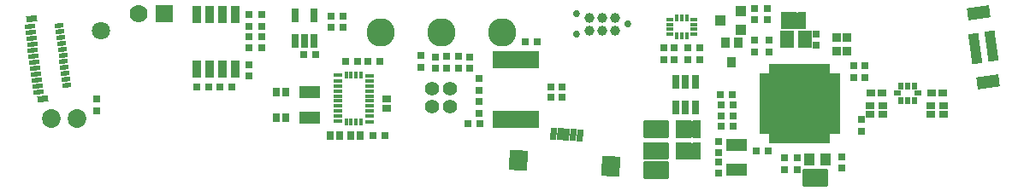
<source format=gts>
G04*
G04 #@! TF.GenerationSoftware,Altium Limited,Altium Designer,19.1.5 (86)*
G04*
G04 Layer_Color=8388736*
%FSAX24Y24*%
%MOIN*%
G70*
G01*
G75*
%ADD16O,0.0200X0.0400*%
%ADD50R,0.0324X0.0316*%
%ADD51R,0.0297X0.0297*%
%ADD52R,0.0316X0.0324*%
%ADD53R,0.0346X0.0178*%
%ADD54R,0.0178X0.0306*%
%ADD55R,0.0789X0.0474*%
%ADD56R,0.2324X0.2324*%
%ADD57R,0.0415X0.0198*%
%ADD58R,0.0198X0.0415*%
%ADD59R,0.0356X0.0375*%
%ADD60R,0.0336X0.0680*%
%ADD61R,0.0267X0.0178*%
%ADD62R,0.0178X0.0267*%
%ADD63R,0.0257X0.0661*%
%ADD64R,0.0316X0.0552*%
%ADD65R,0.0316X0.0533*%
%ADD66C,0.0390*%
%ADD67R,0.0533X0.0651*%
%ADD68R,0.0434X0.0474*%
%ADD69R,0.0375X0.0316*%
G04:AMPARAMS|DCode=70|XSize=78.9mil|YSize=71mil|CornerRadius=0mil|HoleSize=0mil|Usage=FLASHONLY|Rotation=86.250|XOffset=0mil|YOffset=0mil|HoleType=Round|Shape=Rectangle|*
%AMROTATEDRECTD70*
4,1,4,0.0328,-0.0417,-0.0380,-0.0370,-0.0328,0.0417,0.0380,0.0370,0.0328,-0.0417,0.0*
%
%ADD70ROTATEDRECTD70*%

G04:AMPARAMS|DCode=71|XSize=47.4mil|YSize=23.7mil|CornerRadius=0mil|HoleSize=0mil|Usage=FLASHONLY|Rotation=86.250|XOffset=0mil|YOffset=0mil|HoleType=Round|Shape=Rectangle|*
%AMROTATEDRECTD71*
4,1,4,0.0103,-0.0244,-0.0134,-0.0229,-0.0103,0.0244,0.0134,0.0229,0.0103,-0.0244,0.0*
%
%ADD71ROTATEDRECTD71*%

G04:AMPARAMS|DCode=72|XSize=39.5mil|YSize=18.2mil|CornerRadius=0mil|HoleSize=0mil|Usage=FLASHONLY|Rotation=7.550|XOffset=0mil|YOffset=0mil|HoleType=Round|Shape=Rectangle|*
%AMROTATEDRECTD72*
4,1,4,-0.0184,-0.0116,-0.0208,0.0064,0.0184,0.0116,0.0208,-0.0064,-0.0184,-0.0116,0.0*
%
%ADD72ROTATEDRECTD72*%

G04:AMPARAMS|DCode=73|XSize=33.6mil|YSize=18.2mil|CornerRadius=0mil|HoleSize=0mil|Usage=FLASHONLY|Rotation=7.550|XOffset=0mil|YOffset=0mil|HoleType=Round|Shape=Rectangle|*
%AMROTATEDRECTD73*
4,1,4,-0.0155,-0.0112,-0.0178,0.0068,0.0155,0.0112,0.0178,-0.0068,-0.0155,-0.0112,0.0*
%
%ADD73ROTATEDRECTD73*%

G04:AMPARAMS|DCode=74|XSize=41.5mil|YSize=23.7mil|CornerRadius=0mil|HoleSize=0mil|Usage=FLASHONLY|Rotation=7.550|XOffset=0mil|YOffset=0mil|HoleType=Round|Shape=Rectangle|*
%AMROTATEDRECTD74*
4,1,4,-0.0190,-0.0145,-0.0221,0.0090,0.0190,0.0145,0.0221,-0.0090,-0.0190,-0.0145,0.0*
%
%ADD74ROTATEDRECTD74*%

%ADD75C,0.1104*%
%ADD76R,0.0316X0.0237*%
%ADD77R,0.0237X0.0316*%
G04:AMPARAMS|DCode=78|XSize=118.2mil|YSize=39.5mil|CornerRadius=0mil|HoleSize=0mil|Usage=FLASHONLY|Rotation=278.000|XOffset=0mil|YOffset=0mil|HoleType=Round|Shape=Rectangle|*
%AMROTATEDRECTD78*
4,1,4,-0.0278,0.0558,0.0113,0.0613,0.0278,-0.0558,-0.0113,-0.0613,-0.0278,0.0558,0.0*
%
%ADD78ROTATEDRECTD78*%

G04:AMPARAMS|DCode=79|XSize=47.4mil|YSize=86.7mil|CornerRadius=0mil|HoleSize=0mil|Usage=FLASHONLY|Rotation=278.000|XOffset=0mil|YOffset=0mil|HoleType=Round|Shape=Rectangle|*
%AMROTATEDRECTD79*
4,1,4,-0.0462,0.0174,0.0397,0.0295,0.0462,-0.0174,-0.0397,-0.0295,-0.0462,0.0174,0.0*
%
%ADD79ROTATEDRECTD79*%

%ADD80R,0.0297X0.0297*%
%ADD81R,0.0356X0.0434*%
%ADD82R,0.0434X0.0395*%
%ADD83C,0.0700*%
%ADD84R,0.0700X0.0700*%
%ADD85C,0.0275*%
%ADD86C,0.0552*%
%ADD87C,0.0730*%
%ADD88C,0.0709*%
G36*
X048255Y012890D02*
X048260Y012889D01*
X048265Y012887D01*
X048270Y012885D01*
X048274Y012882D01*
X048278Y012878D01*
X048282Y012874D01*
X048285Y012870D01*
X048287Y012865D01*
X048289Y012860D01*
X048290Y012855D01*
X048290Y012850D01*
Y012250D01*
X048290Y012245D01*
X048289Y012240D01*
X048287Y012235D01*
X048285Y012230D01*
X048282Y012226D01*
X048278Y012222D01*
X048274Y012218D01*
X048270Y012215D01*
X048265Y012213D01*
X048260Y012211D01*
X048255Y012210D01*
X048250Y012210D01*
X048000D01*
X047995Y012210D01*
X047990Y012211D01*
X047985Y012213D01*
X047980Y012215D01*
X047976Y012218D01*
X047972Y012222D01*
X047940Y012253D01*
X047940Y012250D01*
X047940Y012245D01*
X047939Y012240D01*
X047937Y012235D01*
X047935Y012230D01*
X047932Y012226D01*
X047928Y012222D01*
X047924Y012218D01*
X047920Y012215D01*
X047915Y012213D01*
X047910Y012211D01*
X047905Y012210D01*
X047900Y012210D01*
X047350D01*
X047345Y012210D01*
X047340Y012211D01*
X047335Y012213D01*
X047330Y012215D01*
X047326Y012218D01*
X047322Y012222D01*
X047318Y012226D01*
X047315Y012230D01*
X047313Y012235D01*
X047311Y012240D01*
X047310Y012245D01*
X047310Y012250D01*
Y012850D01*
X047310Y012855D01*
X047311Y012860D01*
X047313Y012865D01*
X047315Y012870D01*
X047318Y012874D01*
X047322Y012878D01*
X047326Y012882D01*
X047330Y012885D01*
X047335Y012887D01*
X047340Y012889D01*
X047345Y012890D01*
X047350Y012890D01*
X047900D01*
X047905Y012890D01*
X047910Y012889D01*
X047915Y012887D01*
X047920Y012885D01*
X047924Y012882D01*
X047928Y012878D01*
X047932Y012874D01*
X047935Y012870D01*
X047937Y012865D01*
X047939Y012860D01*
X047940Y012855D01*
X047940Y012850D01*
X047940Y012847D01*
X047972Y012878D01*
X047976Y012882D01*
X047980Y012885D01*
X047985Y012887D01*
X047990Y012889D01*
X047995Y012890D01*
X048000Y012890D01*
X048250D01*
X048255Y012890D01*
D02*
G37*
G36*
X044155Y008640D02*
X044160Y008639D01*
X044165Y008637D01*
X044170Y008635D01*
X044174Y008632D01*
X044178Y008628D01*
X044182Y008624D01*
X044185Y008620D01*
X044187Y008615D01*
X044189Y008610D01*
X044190Y008605D01*
X044190Y008600D01*
Y008000D01*
X044190Y007995D01*
X044189Y007990D01*
X044187Y007985D01*
X044185Y007980D01*
X044182Y007976D01*
X044178Y007972D01*
X044174Y007968D01*
X044170Y007965D01*
X044165Y007963D01*
X044160Y007961D01*
X044155Y007960D01*
X044150Y007960D01*
X043900D01*
X043895Y007960D01*
X043890Y007961D01*
X043885Y007963D01*
X043880Y007965D01*
X043876Y007968D01*
X043872Y007972D01*
X043840Y008003D01*
X043840Y008000D01*
X043840Y007995D01*
X043839Y007990D01*
X043837Y007985D01*
X043835Y007980D01*
X043832Y007976D01*
X043828Y007972D01*
X043824Y007968D01*
X043820Y007965D01*
X043815Y007963D01*
X043810Y007961D01*
X043805Y007960D01*
X043800Y007960D01*
X043250D01*
X043245Y007960D01*
X043240Y007961D01*
X043235Y007963D01*
X043230Y007965D01*
X043226Y007968D01*
X043222Y007972D01*
X043218Y007976D01*
X043215Y007980D01*
X043213Y007985D01*
X043211Y007990D01*
X043210Y007995D01*
X043210Y008000D01*
Y008600D01*
X043210Y008605D01*
X043211Y008610D01*
X043213Y008615D01*
X043215Y008620D01*
X043218Y008624D01*
X043222Y008628D01*
X043226Y008632D01*
X043230Y008635D01*
X043235Y008637D01*
X043240Y008639D01*
X043245Y008640D01*
X043250Y008640D01*
X043800D01*
X043805Y008640D01*
X043810Y008639D01*
X043815Y008637D01*
X043820Y008635D01*
X043824Y008632D01*
X043828Y008628D01*
X043832Y008624D01*
X043835Y008620D01*
X043837Y008615D01*
X043839Y008610D01*
X043840Y008605D01*
X043840Y008600D01*
X043840Y008597D01*
X043872Y008628D01*
X043876Y008632D01*
X043880Y008635D01*
X043885Y008637D01*
X043890Y008639D01*
X043895Y008640D01*
X043900Y008640D01*
X044150D01*
X044155Y008640D01*
D02*
G37*
G36*
X042905D02*
X042910Y008639D01*
X042915Y008637D01*
X042920Y008635D01*
X042924Y008632D01*
X042928Y008628D01*
X042932Y008624D01*
X042935Y008620D01*
X042937Y008615D01*
X042939Y008610D01*
X042940Y008605D01*
X042940Y008600D01*
Y008000D01*
X042940Y007995D01*
X042939Y007990D01*
X042937Y007985D01*
X042935Y007980D01*
X042932Y007976D01*
X042928Y007972D01*
X042924Y007968D01*
X042920Y007965D01*
X042915Y007963D01*
X042910Y007961D01*
X042905Y007960D01*
X042900Y007960D01*
X042650D01*
X042645Y007960D01*
X042640Y007961D01*
X042635Y007963D01*
X042630Y007965D01*
X042626Y007968D01*
X042622Y007972D01*
X042590Y008003D01*
X042590Y008000D01*
X042590Y007995D01*
X042589Y007990D01*
X042587Y007985D01*
X042585Y007980D01*
X042582Y007976D01*
X042578Y007972D01*
X042574Y007968D01*
X042570Y007965D01*
X042565Y007963D01*
X042560Y007961D01*
X042555Y007960D01*
X042550Y007960D01*
X042000D01*
X041995Y007960D01*
X041990Y007961D01*
X041985Y007963D01*
X041980Y007965D01*
X041976Y007968D01*
X041972Y007972D01*
X041968Y007976D01*
X041965Y007980D01*
X041963Y007985D01*
X041961Y007990D01*
X041960Y007995D01*
X041960Y008000D01*
Y008600D01*
X041960Y008605D01*
X041961Y008610D01*
X041963Y008615D01*
X041965Y008620D01*
X041968Y008624D01*
X041972Y008628D01*
X041976Y008632D01*
X041980Y008635D01*
X041985Y008637D01*
X041990Y008639D01*
X041995Y008640D01*
X042000Y008640D01*
X042550D01*
X042555Y008640D01*
X042560Y008639D01*
X042565Y008637D01*
X042570Y008635D01*
X042574Y008632D01*
X042578Y008628D01*
X042582Y008624D01*
X042585Y008620D01*
X042587Y008615D01*
X042589Y008610D01*
X042590Y008605D01*
X042590Y008600D01*
X042590Y008597D01*
X042622Y008628D01*
X042626Y008632D01*
X042630Y008635D01*
X042635Y008637D01*
X042640Y008639D01*
X042645Y008640D01*
X042650Y008640D01*
X042900D01*
X042905Y008640D01*
D02*
G37*
G36*
X044155Y007790D02*
X044160Y007789D01*
X044165Y007787D01*
X044170Y007785D01*
X044174Y007782D01*
X044178Y007778D01*
X044182Y007774D01*
X044185Y007770D01*
X044187Y007765D01*
X044189Y007760D01*
X044190Y007755D01*
X044190Y007750D01*
Y007150D01*
X044190Y007145D01*
X044189Y007140D01*
X044187Y007135D01*
X044185Y007130D01*
X044182Y007126D01*
X044178Y007122D01*
X044174Y007118D01*
X044170Y007115D01*
X044165Y007113D01*
X044160Y007111D01*
X044155Y007110D01*
X044150Y007110D01*
X043900D01*
X043895Y007110D01*
X043890Y007111D01*
X043885Y007113D01*
X043880Y007115D01*
X043876Y007118D01*
X043872Y007122D01*
X043840Y007153D01*
X043840Y007150D01*
X043840Y007145D01*
X043839Y007140D01*
X043837Y007135D01*
X043835Y007130D01*
X043832Y007126D01*
X043828Y007122D01*
X043824Y007118D01*
X043820Y007115D01*
X043815Y007113D01*
X043810Y007111D01*
X043805Y007110D01*
X043800Y007110D01*
X043250D01*
X043245Y007110D01*
X043240Y007111D01*
X043235Y007113D01*
X043230Y007115D01*
X043226Y007118D01*
X043222Y007122D01*
X043218Y007126D01*
X043215Y007130D01*
X043213Y007135D01*
X043211Y007140D01*
X043210Y007145D01*
X043210Y007150D01*
Y007750D01*
X043210Y007755D01*
X043211Y007760D01*
X043213Y007765D01*
X043215Y007770D01*
X043218Y007774D01*
X043222Y007778D01*
X043226Y007782D01*
X043230Y007785D01*
X043235Y007787D01*
X043240Y007789D01*
X043245Y007790D01*
X043250Y007790D01*
X043800D01*
X043805Y007790D01*
X043810Y007789D01*
X043815Y007787D01*
X043820Y007785D01*
X043824Y007782D01*
X043828Y007778D01*
X043832Y007774D01*
X043835Y007770D01*
X043837Y007765D01*
X043839Y007760D01*
X043840Y007755D01*
X043840Y007750D01*
X043840Y007747D01*
X043872Y007778D01*
X043876Y007782D01*
X043880Y007785D01*
X043885Y007787D01*
X043890Y007789D01*
X043895Y007790D01*
X043900Y007790D01*
X044150D01*
X044155Y007790D01*
D02*
G37*
G36*
X042905D02*
X042910Y007789D01*
X042915Y007787D01*
X042920Y007785D01*
X042924Y007782D01*
X042928Y007778D01*
X042932Y007774D01*
X042935Y007770D01*
X042937Y007765D01*
X042939Y007760D01*
X042940Y007755D01*
X042940Y007750D01*
Y007150D01*
X042940Y007145D01*
X042939Y007140D01*
X042937Y007135D01*
X042935Y007130D01*
X042932Y007126D01*
X042928Y007122D01*
X042924Y007118D01*
X042920Y007115D01*
X042915Y007113D01*
X042910Y007111D01*
X042905Y007110D01*
X042900Y007110D01*
X042650D01*
X042645Y007110D01*
X042640Y007111D01*
X042635Y007113D01*
X042630Y007115D01*
X042626Y007118D01*
X042622Y007122D01*
X042590Y007153D01*
X042590Y007150D01*
X042590Y007145D01*
X042589Y007140D01*
X042587Y007135D01*
X042585Y007130D01*
X042582Y007126D01*
X042578Y007122D01*
X042574Y007118D01*
X042570Y007115D01*
X042565Y007113D01*
X042560Y007111D01*
X042555Y007110D01*
X042550Y007110D01*
X042000D01*
X041995Y007110D01*
X041990Y007111D01*
X041985Y007113D01*
X041980Y007115D01*
X041976Y007118D01*
X041972Y007122D01*
X041968Y007126D01*
X041965Y007130D01*
X041963Y007135D01*
X041961Y007140D01*
X041960Y007145D01*
X041960Y007150D01*
Y007750D01*
X041960Y007755D01*
X041961Y007760D01*
X041963Y007765D01*
X041965Y007770D01*
X041968Y007774D01*
X041972Y007778D01*
X041976Y007782D01*
X041980Y007785D01*
X041985Y007787D01*
X041990Y007789D01*
X041995Y007790D01*
X042000Y007790D01*
X042550D01*
X042555Y007790D01*
X042560Y007789D01*
X042565Y007787D01*
X042570Y007785D01*
X042574Y007782D01*
X042578Y007778D01*
X042582Y007774D01*
X042585Y007770D01*
X042587Y007765D01*
X042589Y007760D01*
X042590Y007755D01*
X042590Y007750D01*
X042590Y007747D01*
X042622Y007778D01*
X042626Y007782D01*
X042630Y007785D01*
X042635Y007787D01*
X042640Y007789D01*
X042645Y007790D01*
X042650Y007790D01*
X042900D01*
X042905Y007790D01*
D02*
G37*
G36*
Y007040D02*
X042910Y007039D01*
X042915Y007037D01*
X042920Y007035D01*
X042924Y007032D01*
X042928Y007028D01*
X042932Y007024D01*
X042935Y007020D01*
X042937Y007015D01*
X042939Y007010D01*
X042940Y007005D01*
X042940Y007000D01*
Y006400D01*
X042940Y006395D01*
X042939Y006390D01*
X042937Y006385D01*
X042935Y006380D01*
X042932Y006376D01*
X042928Y006372D01*
X042924Y006368D01*
X042920Y006365D01*
X042915Y006363D01*
X042910Y006361D01*
X042905Y006360D01*
X042900Y006360D01*
X042650D01*
X042645Y006360D01*
X042640Y006361D01*
X042635Y006363D01*
X042630Y006365D01*
X042626Y006368D01*
X042622Y006372D01*
X042590Y006403D01*
X042590Y006400D01*
X042590Y006395D01*
X042589Y006390D01*
X042587Y006385D01*
X042585Y006380D01*
X042582Y006376D01*
X042578Y006372D01*
X042574Y006368D01*
X042570Y006365D01*
X042565Y006363D01*
X042560Y006361D01*
X042555Y006360D01*
X042550Y006360D01*
X042000D01*
X041995Y006360D01*
X041990Y006361D01*
X041985Y006363D01*
X041980Y006365D01*
X041976Y006368D01*
X041972Y006372D01*
X041968Y006376D01*
X041965Y006380D01*
X041963Y006385D01*
X041961Y006390D01*
X041960Y006395D01*
X041960Y006400D01*
Y007000D01*
X041960Y007005D01*
X041961Y007010D01*
X041963Y007015D01*
X041965Y007020D01*
X041968Y007024D01*
X041972Y007028D01*
X041976Y007032D01*
X041980Y007035D01*
X041985Y007037D01*
X041990Y007039D01*
X041995Y007040D01*
X042000Y007040D01*
X042550D01*
X042555Y007040D01*
X042560Y007039D01*
X042565Y007037D01*
X042570Y007035D01*
X042574Y007032D01*
X042578Y007028D01*
X042582Y007024D01*
X042585Y007020D01*
X042587Y007015D01*
X042589Y007010D01*
X042590Y007005D01*
X042590Y007000D01*
X042590Y006997D01*
X042622Y007028D01*
X042626Y007032D01*
X042630Y007035D01*
X042635Y007037D01*
X042640Y007039D01*
X042645Y007040D01*
X042650Y007040D01*
X042900D01*
X042905Y007040D01*
D02*
G37*
G36*
X049105Y006740D02*
X049110Y006739D01*
X049115Y006737D01*
X049120Y006735D01*
X049124Y006732D01*
X049128Y006728D01*
X049132Y006724D01*
X049135Y006720D01*
X049137Y006715D01*
X049139Y006710D01*
X049140Y006705D01*
X049140Y006700D01*
Y006100D01*
X049140Y006095D01*
X049139Y006090D01*
X049137Y006085D01*
X049135Y006080D01*
X049132Y006076D01*
X049128Y006072D01*
X049124Y006068D01*
X049120Y006065D01*
X049115Y006063D01*
X049110Y006061D01*
X049105Y006060D01*
X049100Y006060D01*
X048550D01*
X048545Y006060D01*
X048540Y006061D01*
X048535Y006063D01*
X048530Y006065D01*
X048526Y006068D01*
X048522Y006072D01*
X048518Y006076D01*
X048515Y006080D01*
X048513Y006085D01*
X048511Y006090D01*
X048510Y006095D01*
X048510Y006100D01*
X048510Y006103D01*
X048478Y006072D01*
X048474Y006068D01*
X048470Y006065D01*
X048465Y006063D01*
X048460Y006061D01*
X048455Y006060D01*
X048450Y006060D01*
X048200D01*
X048195Y006060D01*
X048190Y006061D01*
X048185Y006063D01*
X048180Y006065D01*
X048176Y006068D01*
X048172Y006072D01*
X048168Y006076D01*
X048165Y006080D01*
X048163Y006085D01*
X048161Y006090D01*
X048160Y006095D01*
X048160Y006100D01*
Y006700D01*
X048160Y006705D01*
X048161Y006710D01*
X048163Y006715D01*
X048165Y006720D01*
X048168Y006724D01*
X048172Y006728D01*
X048176Y006732D01*
X048180Y006735D01*
X048185Y006737D01*
X048190Y006739D01*
X048195Y006740D01*
X048200Y006740D01*
X048450D01*
X048455Y006740D01*
X048460Y006739D01*
X048465Y006737D01*
X048470Y006735D01*
X048474Y006732D01*
X048478Y006728D01*
X048510Y006697D01*
X048510Y006700D01*
X048510Y006705D01*
X048511Y006710D01*
X048513Y006715D01*
X048515Y006720D01*
X048518Y006724D01*
X048522Y006728D01*
X048526Y006732D01*
X048530Y006735D01*
X048535Y006737D01*
X048540Y006739D01*
X048545Y006740D01*
X048550Y006740D01*
X049100D01*
X049105Y006740D01*
D02*
G37*
%LPC*%
G36*
X047660Y012553D02*
X047657Y012550D01*
X047660Y012547D01*
X047660Y012550D01*
X047660Y012553D01*
D02*
G37*
G36*
X043560Y008303D02*
X043557Y008300D01*
X043560Y008297D01*
X043560Y008300D01*
X043560Y008303D01*
D02*
G37*
G36*
X042310D02*
X042307Y008300D01*
X042310Y008297D01*
X042310Y008300D01*
X042310Y008303D01*
D02*
G37*
G36*
X043560Y007453D02*
X043557Y007450D01*
X043560Y007447D01*
X043560Y007450D01*
X043560Y007453D01*
D02*
G37*
G36*
X042310D02*
X042307Y007450D01*
X042310Y007447D01*
X042310Y007450D01*
X042310Y007453D01*
D02*
G37*
G36*
Y006703D02*
X042307Y006700D01*
X042310Y006697D01*
X042310Y006700D01*
X042310Y006703D01*
D02*
G37*
G36*
X048790Y006403D02*
X048790Y006400D01*
X048790Y006397D01*
X048793Y006400D01*
X048790Y006403D01*
D02*
G37*
%LPD*%
D16*
X044025Y008300D02*
D03*
X043375D02*
D03*
X047475Y012550D02*
D03*
X048125D02*
D03*
X048975Y006400D02*
D03*
X048325D02*
D03*
X042125Y008300D02*
D03*
X042775D02*
D03*
X042125Y007450D02*
D03*
X042775D02*
D03*
X042125Y006700D02*
D03*
X042775D02*
D03*
X043375Y007450D02*
D03*
X044025D02*
D03*
D50*
X031950Y009481D02*
D03*
Y009119D02*
D03*
X050800Y009231D02*
D03*
Y008869D02*
D03*
X051300Y009231D02*
D03*
Y008869D02*
D03*
X053150Y009231D02*
D03*
Y008869D02*
D03*
X053650Y009231D02*
D03*
Y008869D02*
D03*
D51*
X031880Y008050D02*
D03*
X031420D02*
D03*
X030830Y010950D02*
D03*
X030370D02*
D03*
X031680D02*
D03*
X031220D02*
D03*
X029180Y011200D02*
D03*
X028720D02*
D03*
X046830Y007450D02*
D03*
X046370D02*
D03*
X045460Y008400D02*
D03*
X045000D02*
D03*
X045460Y008829D02*
D03*
X045000D02*
D03*
X045460Y009257D02*
D03*
X045000D02*
D03*
X044970Y009650D02*
D03*
X045430D02*
D03*
X038340Y009950D02*
D03*
X038800D02*
D03*
Y009550D02*
D03*
X038340D02*
D03*
X035580Y008500D02*
D03*
X035120D02*
D03*
X025470Y009950D02*
D03*
X025930D02*
D03*
X024570D02*
D03*
X025030D02*
D03*
X037830Y011700D02*
D03*
X037370D02*
D03*
D52*
X030931Y008050D02*
D03*
X030569D02*
D03*
X029769D02*
D03*
X030131D02*
D03*
X027669Y009750D02*
D03*
X028031D02*
D03*
X027669Y008750D02*
D03*
X028031D02*
D03*
D53*
X030054Y008811D02*
D03*
Y009008D02*
D03*
Y009205D02*
D03*
Y009402D02*
D03*
Y009598D02*
D03*
Y009795D02*
D03*
Y009992D02*
D03*
Y010189D02*
D03*
Y010411D02*
D03*
X031284Y010391D02*
D03*
Y010189D02*
D03*
Y009992D02*
D03*
Y009795D02*
D03*
Y009598D02*
D03*
Y009402D02*
D03*
Y009205D02*
D03*
Y009008D02*
D03*
Y008811D02*
D03*
Y008589D02*
D03*
X030054Y008614D02*
D03*
D54*
X030374Y010411D02*
D03*
X030570D02*
D03*
X030767D02*
D03*
X030964D02*
D03*
Y008589D02*
D03*
X030767D02*
D03*
X030570D02*
D03*
X030374D02*
D03*
D55*
X028950Y008758D02*
D03*
Y009742D02*
D03*
X045600Y006708D02*
D03*
Y007692D02*
D03*
D56*
X048050Y009300D02*
D03*
D57*
X046692Y008217D02*
D03*
Y008414D02*
D03*
Y008611D02*
D03*
Y008808D02*
D03*
Y009005D02*
D03*
Y009202D02*
D03*
Y009398D02*
D03*
Y009595D02*
D03*
Y009792D02*
D03*
Y009989D02*
D03*
Y010186D02*
D03*
Y010383D02*
D03*
X049408D02*
D03*
Y010186D02*
D03*
Y009989D02*
D03*
Y009792D02*
D03*
Y009595D02*
D03*
Y009398D02*
D03*
Y009202D02*
D03*
Y009005D02*
D03*
Y008808D02*
D03*
Y008611D02*
D03*
Y008414D02*
D03*
Y008217D02*
D03*
D58*
X046967Y010658D02*
D03*
X047164D02*
D03*
X047361D02*
D03*
X047558D02*
D03*
X047755D02*
D03*
X047952D02*
D03*
X048148D02*
D03*
X048345D02*
D03*
X048542D02*
D03*
X048739D02*
D03*
X048936D02*
D03*
X049133D02*
D03*
Y007942D02*
D03*
X048936D02*
D03*
X048739D02*
D03*
X048542D02*
D03*
X048345D02*
D03*
X048148D02*
D03*
X047952D02*
D03*
X047755D02*
D03*
X047558D02*
D03*
X047361D02*
D03*
X047164D02*
D03*
X046967D02*
D03*
D59*
X049897Y011334D02*
D03*
Y011866D02*
D03*
X049503D02*
D03*
Y011334D02*
D03*
D60*
X026050Y010632D02*
D03*
X025550D02*
D03*
X025050D02*
D03*
X024550D02*
D03*
Y012768D02*
D03*
X025050D02*
D03*
X025550D02*
D03*
X026050D02*
D03*
D61*
X043908Y012005D02*
D03*
Y012202D02*
D03*
Y012398D02*
D03*
Y012595D02*
D03*
X042992D02*
D03*
Y012398D02*
D03*
Y012202D02*
D03*
Y012005D02*
D03*
D62*
X043647Y012659D02*
D03*
X043450D02*
D03*
X043253D02*
D03*
Y011941D02*
D03*
X043450D02*
D03*
X043647D02*
D03*
D63*
X037768Y011007D02*
D03*
X037512D02*
D03*
X037256D02*
D03*
X037000D02*
D03*
X036744D02*
D03*
X036488D02*
D03*
X036232D02*
D03*
Y008693D02*
D03*
X036488D02*
D03*
X036744D02*
D03*
X037000D02*
D03*
X037256D02*
D03*
X037512D02*
D03*
X037768D02*
D03*
D64*
X043974Y009158D02*
D03*
X043600D02*
D03*
X043226D02*
D03*
Y010142D02*
D03*
X043600D02*
D03*
X043974D02*
D03*
D65*
X028376Y011758D02*
D03*
X028750D02*
D03*
X029124D02*
D03*
Y012742D02*
D03*
X028376D02*
D03*
D66*
X039850Y012150D02*
D03*
Y012650D02*
D03*
X040350Y012150D02*
D03*
Y012650D02*
D03*
X040850Y012150D02*
D03*
Y012650D02*
D03*
D67*
X047546Y011800D02*
D03*
X048254D02*
D03*
D68*
X049065Y007100D02*
D03*
X048435D02*
D03*
D69*
X050833Y009700D02*
D03*
X051267D02*
D03*
X053183D02*
D03*
X053617D02*
D03*
D70*
X040702Y006853D02*
D03*
X037088Y007090D02*
D03*
D71*
X039479Y008058D02*
D03*
X039224Y008074D02*
D03*
X038968Y008091D02*
D03*
X038713Y008108D02*
D03*
X038458Y008125D02*
D03*
D72*
X018047Y012326D02*
D03*
X018078Y012092D02*
D03*
X018109Y011857D02*
D03*
X018140Y011623D02*
D03*
X018171Y011389D02*
D03*
X018202Y011155D02*
D03*
X018233Y010921D02*
D03*
X018264Y010687D02*
D03*
X018295Y010452D02*
D03*
X018326Y010218D02*
D03*
X018357Y009984D02*
D03*
X018388Y009750D02*
D03*
D73*
X019184Y012357D02*
D03*
X019215Y012123D02*
D03*
X019246Y011889D02*
D03*
X019277Y011655D02*
D03*
X019309Y011421D02*
D03*
X019340Y011187D02*
D03*
X019371Y010952D02*
D03*
X019402Y010718D02*
D03*
X019433Y010484D02*
D03*
X019464Y010250D02*
D03*
X019495Y010016D02*
D03*
D74*
X018137Y012616D02*
D03*
X018551Y009493D02*
D03*
D75*
X031720Y012074D02*
D03*
X034082D02*
D03*
X036444D02*
D03*
D76*
X051856Y009700D02*
D03*
X052644D02*
D03*
D77*
X052506Y009430D02*
D03*
X052250D02*
D03*
X051994D02*
D03*
X052506Y009970D02*
D03*
X052250D02*
D03*
X051994D02*
D03*
D78*
X054882Y011455D02*
D03*
X055518Y011545D02*
D03*
D79*
X055392Y010135D02*
D03*
X055008Y012865D02*
D03*
D80*
X046300Y011780D02*
D03*
Y011320D02*
D03*
X050150Y010780D02*
D03*
Y010320D02*
D03*
X050600Y010780D02*
D03*
Y010320D02*
D03*
X050450Y008680D02*
D03*
Y008220D02*
D03*
X049700Y006770D02*
D03*
Y007230D02*
D03*
X047950Y007180D02*
D03*
Y006720D02*
D03*
X047450D02*
D03*
Y007180D02*
D03*
X044900Y006570D02*
D03*
Y007030D02*
D03*
Y007830D02*
D03*
Y007370D02*
D03*
X046850Y011320D02*
D03*
Y011780D02*
D03*
X046800Y012570D02*
D03*
Y013030D02*
D03*
X046300Y012570D02*
D03*
Y013030D02*
D03*
X044150Y011480D02*
D03*
Y011020D02*
D03*
X043700Y011480D02*
D03*
Y011020D02*
D03*
X043150Y011480D02*
D03*
Y011020D02*
D03*
X042750Y011480D02*
D03*
Y011020D02*
D03*
X035550Y009380D02*
D03*
Y008920D02*
D03*
Y010280D02*
D03*
Y009820D02*
D03*
X035200Y010670D02*
D03*
Y011130D02*
D03*
X034750Y011156D02*
D03*
Y010696D02*
D03*
X034300Y011156D02*
D03*
Y010696D02*
D03*
X033850Y011130D02*
D03*
Y010670D02*
D03*
X033300Y010720D02*
D03*
Y011180D02*
D03*
X030250Y012730D02*
D03*
Y012270D02*
D03*
X029800Y012730D02*
D03*
Y012270D02*
D03*
X027100Y012780D02*
D03*
Y012320D02*
D03*
X026600D02*
D03*
Y012780D02*
D03*
Y011930D02*
D03*
Y011470D02*
D03*
Y010830D02*
D03*
Y010370D02*
D03*
X027100Y011930D02*
D03*
Y011470D02*
D03*
X020650Y009480D02*
D03*
Y009020D02*
D03*
X048700Y012030D02*
D03*
Y011570D02*
D03*
D81*
X045400Y010926D02*
D03*
X045144Y011674D02*
D03*
X045656D02*
D03*
D82*
X044956Y012550D02*
D03*
X045744Y012924D02*
D03*
Y012176D02*
D03*
D83*
X022278Y012813D02*
D03*
D84*
X023278D02*
D03*
D85*
X039350Y012800D02*
D03*
Y012000D02*
D03*
X041350Y012400D02*
D03*
D86*
X033725Y009894D02*
D03*
Y009187D02*
D03*
X034432D02*
D03*
Y009894D02*
D03*
D87*
X019875Y008721D02*
D03*
X018875D02*
D03*
D88*
X020824Y012157D02*
D03*
M02*

</source>
